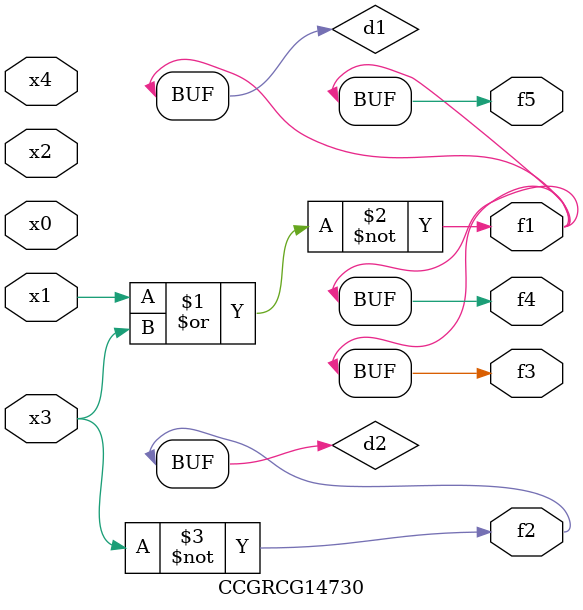
<source format=v>
module CCGRCG14730(
	input x0, x1, x2, x3, x4,
	output f1, f2, f3, f4, f5
);

	wire d1, d2;

	nor (d1, x1, x3);
	not (d2, x3);
	assign f1 = d1;
	assign f2 = d2;
	assign f3 = d1;
	assign f4 = d1;
	assign f5 = d1;
endmodule

</source>
